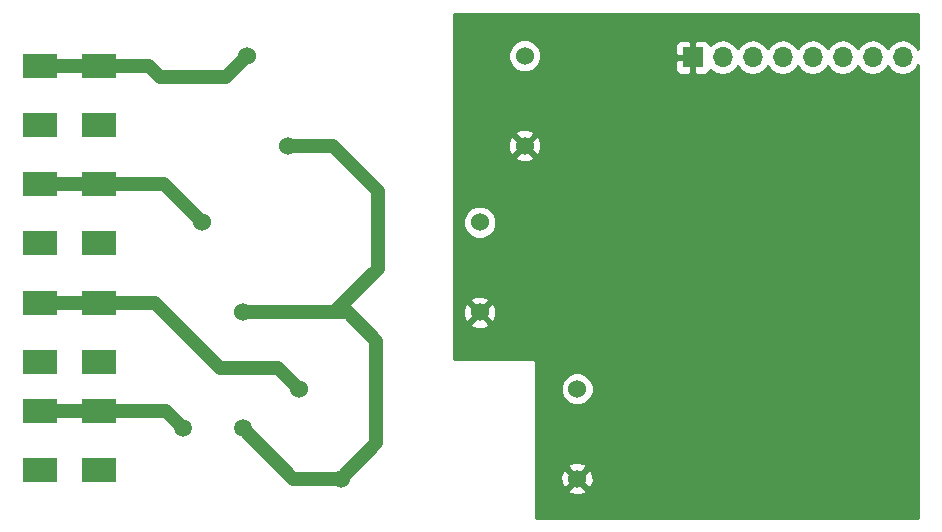
<source format=gbl>
G04 #@! TF.FileFunction,Copper,L2,Bot,Signal*
%FSLAX46Y46*%
G04 Gerber Fmt 4.6, Leading zero omitted, Abs format (unit mm)*
G04 Created by KiCad (PCBNEW 4.0.2-4+6225~38~ubuntu14.04.1-stable) date Thu 05 Jan 2017 08:50:19 PM CET*
%MOMM*%
G01*
G04 APERTURE LIST*
%ADD10C,0.100000*%
%ADD11C,1.524000*%
%ADD12R,3.000000X2.000000*%
%ADD13C,1.501140*%
%ADD14R,1.700000X1.700000*%
%ADD15O,1.700000X1.700000*%
%ADD16C,1.219200*%
%ADD17C,0.254000*%
G04 APERTURE END LIST*
D10*
D11*
X86730000Y-91577000D03*
X86730000Y-99177000D03*
X66730000Y-99177000D03*
X63230000Y-91577000D03*
X78475000Y-77480000D03*
X78475000Y-85080000D03*
X58475000Y-85080000D03*
X54975000Y-77480000D03*
X82285000Y-63383000D03*
X82285000Y-70983000D03*
X62285000Y-70983000D03*
X58785000Y-63383000D03*
D12*
X41275000Y-93472000D03*
X41275000Y-98472000D03*
X46275000Y-98472000D03*
X46275000Y-93472000D03*
X41275000Y-64262000D03*
X41275000Y-69262000D03*
X41275000Y-74262000D03*
X41275000Y-79262000D03*
X41275000Y-84262000D03*
X41275000Y-89262000D03*
X46275000Y-89262000D03*
X46275000Y-84262000D03*
X46275000Y-79262000D03*
X46275000Y-74262000D03*
X46275000Y-69262000D03*
X46275000Y-64262000D03*
D13*
X53340000Y-94869000D03*
X58420000Y-94879160D03*
D14*
X96520000Y-63500000D03*
D15*
X99060000Y-63500000D03*
X101600000Y-63500000D03*
X104140000Y-63500000D03*
X106680000Y-63500000D03*
X109220000Y-63500000D03*
X111760000Y-63500000D03*
X114300000Y-63500000D03*
D16*
X46275000Y-93472000D02*
X51943000Y-93472000D01*
X51943000Y-93472000D02*
X53340000Y-94869000D01*
X41275000Y-93472000D02*
X46275000Y-93472000D01*
X46275000Y-64262000D02*
X46300400Y-64236600D01*
X46300400Y-64236600D02*
X50520600Y-64236600D01*
X57042400Y-65125600D02*
X58785000Y-63383000D01*
X51409600Y-65125600D02*
X57042400Y-65125600D01*
X50520600Y-64236600D02*
X51409600Y-65125600D01*
X41275000Y-64262000D02*
X46275000Y-64262000D01*
X46275000Y-74262000D02*
X51757000Y-74262000D01*
X51757000Y-74262000D02*
X54975000Y-77480000D01*
X41275000Y-74262000D02*
X46275000Y-74262000D01*
X46275000Y-84262000D02*
X50988000Y-84262000D01*
X61442000Y-89789000D02*
X63230000Y-91577000D01*
X56515000Y-89789000D02*
X61442000Y-89789000D01*
X50988000Y-84262000D02*
X56515000Y-89789000D01*
X41275000Y-84262000D02*
X46275000Y-84262000D01*
X58475000Y-85080000D02*
X66177000Y-85080000D01*
X66030000Y-70983000D02*
X62285000Y-70983000D01*
X69850000Y-74803000D02*
X66030000Y-70983000D01*
X69850000Y-81407000D02*
X69850000Y-74803000D01*
X66177000Y-85080000D02*
X69850000Y-81407000D01*
X66730000Y-99177000D02*
X69723000Y-96184000D01*
X67300000Y-85080000D02*
X58475000Y-85080000D01*
X69723000Y-87503000D02*
X67300000Y-85080000D01*
X69723000Y-96184000D02*
X69723000Y-87503000D01*
X58420000Y-94879160D02*
X62717840Y-99177000D01*
X62717840Y-99177000D02*
X66730000Y-99177000D01*
X62285000Y-70983000D02*
X62347000Y-70983000D01*
D17*
G36*
X115622000Y-62827850D02*
X115350054Y-62420853D01*
X114868285Y-62098946D01*
X114300000Y-61985907D01*
X113731715Y-62098946D01*
X113249946Y-62420853D01*
X113030000Y-62750026D01*
X112810054Y-62420853D01*
X112328285Y-62098946D01*
X111760000Y-61985907D01*
X111191715Y-62098946D01*
X110709946Y-62420853D01*
X110490000Y-62750026D01*
X110270054Y-62420853D01*
X109788285Y-62098946D01*
X109220000Y-61985907D01*
X108651715Y-62098946D01*
X108169946Y-62420853D01*
X107950000Y-62750026D01*
X107730054Y-62420853D01*
X107248285Y-62098946D01*
X106680000Y-61985907D01*
X106111715Y-62098946D01*
X105629946Y-62420853D01*
X105410000Y-62750026D01*
X105190054Y-62420853D01*
X104708285Y-62098946D01*
X104140000Y-61985907D01*
X103571715Y-62098946D01*
X103089946Y-62420853D01*
X102870000Y-62750026D01*
X102650054Y-62420853D01*
X102168285Y-62098946D01*
X101600000Y-61985907D01*
X101031715Y-62098946D01*
X100549946Y-62420853D01*
X100330000Y-62750026D01*
X100110054Y-62420853D01*
X99628285Y-62098946D01*
X99060000Y-61985907D01*
X98491715Y-62098946D01*
X98009946Y-62420853D01*
X97980597Y-62464777D01*
X97908327Y-62290302D01*
X97729699Y-62111673D01*
X97496310Y-62015000D01*
X96805750Y-62015000D01*
X96647000Y-62173750D01*
X96647000Y-63373000D01*
X96667000Y-63373000D01*
X96667000Y-63627000D01*
X96647000Y-63627000D01*
X96647000Y-64826250D01*
X96805750Y-64985000D01*
X97496310Y-64985000D01*
X97729699Y-64888327D01*
X97908327Y-64709698D01*
X97980597Y-64535223D01*
X98009946Y-64579147D01*
X98491715Y-64901054D01*
X99060000Y-65014093D01*
X99628285Y-64901054D01*
X100110054Y-64579147D01*
X100330000Y-64249974D01*
X100549946Y-64579147D01*
X101031715Y-64901054D01*
X101600000Y-65014093D01*
X102168285Y-64901054D01*
X102650054Y-64579147D01*
X102870000Y-64249974D01*
X103089946Y-64579147D01*
X103571715Y-64901054D01*
X104140000Y-65014093D01*
X104708285Y-64901054D01*
X105190054Y-64579147D01*
X105410000Y-64249974D01*
X105629946Y-64579147D01*
X106111715Y-64901054D01*
X106680000Y-65014093D01*
X107248285Y-64901054D01*
X107730054Y-64579147D01*
X107950000Y-64249974D01*
X108169946Y-64579147D01*
X108651715Y-64901054D01*
X109220000Y-65014093D01*
X109788285Y-64901054D01*
X110270054Y-64579147D01*
X110490000Y-64249974D01*
X110709946Y-64579147D01*
X111191715Y-64901054D01*
X111760000Y-65014093D01*
X112328285Y-64901054D01*
X112810054Y-64579147D01*
X113030000Y-64249974D01*
X113249946Y-64579147D01*
X113731715Y-64901054D01*
X114300000Y-65014093D01*
X114868285Y-64901054D01*
X115350054Y-64579147D01*
X115622000Y-64172150D01*
X115622000Y-102489000D01*
X83235800Y-102489000D01*
X83235800Y-100157213D01*
X85929392Y-100157213D01*
X85998857Y-100399397D01*
X86522302Y-100586144D01*
X87077368Y-100558362D01*
X87461143Y-100399397D01*
X87530608Y-100157213D01*
X86730000Y-99356605D01*
X85929392Y-100157213D01*
X83235800Y-100157213D01*
X83235800Y-98969302D01*
X85320856Y-98969302D01*
X85348638Y-99524368D01*
X85507603Y-99908143D01*
X85749787Y-99977608D01*
X86550395Y-99177000D01*
X86909605Y-99177000D01*
X87710213Y-99977608D01*
X87952397Y-99908143D01*
X88139144Y-99384698D01*
X88111362Y-98829632D01*
X87952397Y-98445857D01*
X87710213Y-98376392D01*
X86909605Y-99177000D01*
X86550395Y-99177000D01*
X85749787Y-98376392D01*
X85507603Y-98445857D01*
X85320856Y-98969302D01*
X83235800Y-98969302D01*
X83235800Y-98196787D01*
X85929392Y-98196787D01*
X86730000Y-98997395D01*
X87530608Y-98196787D01*
X87461143Y-97954603D01*
X86937698Y-97767856D01*
X86382632Y-97795638D01*
X85998857Y-97954603D01*
X85929392Y-98196787D01*
X83235800Y-98196787D01*
X83235800Y-91853661D01*
X85332758Y-91853661D01*
X85544990Y-92367303D01*
X85937630Y-92760629D01*
X86450900Y-92973757D01*
X87006661Y-92974242D01*
X87520303Y-92762010D01*
X87913629Y-92369370D01*
X88126757Y-91856100D01*
X88127242Y-91300339D01*
X87915010Y-90786697D01*
X87522370Y-90393371D01*
X87009100Y-90180243D01*
X86453339Y-90179758D01*
X85939697Y-90391990D01*
X85546371Y-90784630D01*
X85333243Y-91297900D01*
X85332758Y-91853661D01*
X83235800Y-91853661D01*
X83235800Y-89204800D01*
X83225794Y-89155390D01*
X83197353Y-89113765D01*
X83154959Y-89086485D01*
X83108800Y-89077800D01*
X76327000Y-89077800D01*
X76327000Y-86060213D01*
X77674392Y-86060213D01*
X77743857Y-86302397D01*
X78267302Y-86489144D01*
X78822368Y-86461362D01*
X79206143Y-86302397D01*
X79275608Y-86060213D01*
X78475000Y-85259605D01*
X77674392Y-86060213D01*
X76327000Y-86060213D01*
X76327000Y-84872302D01*
X77065856Y-84872302D01*
X77093638Y-85427368D01*
X77252603Y-85811143D01*
X77494787Y-85880608D01*
X78295395Y-85080000D01*
X78654605Y-85080000D01*
X79455213Y-85880608D01*
X79697397Y-85811143D01*
X79884144Y-85287698D01*
X79856362Y-84732632D01*
X79697397Y-84348857D01*
X79455213Y-84279392D01*
X78654605Y-85080000D01*
X78295395Y-85080000D01*
X77494787Y-84279392D01*
X77252603Y-84348857D01*
X77065856Y-84872302D01*
X76327000Y-84872302D01*
X76327000Y-84099787D01*
X77674392Y-84099787D01*
X78475000Y-84900395D01*
X79275608Y-84099787D01*
X79206143Y-83857603D01*
X78682698Y-83670856D01*
X78127632Y-83698638D01*
X77743857Y-83857603D01*
X77674392Y-84099787D01*
X76327000Y-84099787D01*
X76327000Y-77756661D01*
X77077758Y-77756661D01*
X77289990Y-78270303D01*
X77682630Y-78663629D01*
X78195900Y-78876757D01*
X78751661Y-78877242D01*
X79265303Y-78665010D01*
X79658629Y-78272370D01*
X79871757Y-77759100D01*
X79872242Y-77203339D01*
X79660010Y-76689697D01*
X79267370Y-76296371D01*
X78754100Y-76083243D01*
X78198339Y-76082758D01*
X77684697Y-76294990D01*
X77291371Y-76687630D01*
X77078243Y-77200900D01*
X77077758Y-77756661D01*
X76327000Y-77756661D01*
X76327000Y-71963213D01*
X81484392Y-71963213D01*
X81553857Y-72205397D01*
X82077302Y-72392144D01*
X82632368Y-72364362D01*
X83016143Y-72205397D01*
X83085608Y-71963213D01*
X82285000Y-71162605D01*
X81484392Y-71963213D01*
X76327000Y-71963213D01*
X76327000Y-70775302D01*
X80875856Y-70775302D01*
X80903638Y-71330368D01*
X81062603Y-71714143D01*
X81304787Y-71783608D01*
X82105395Y-70983000D01*
X82464605Y-70983000D01*
X83265213Y-71783608D01*
X83507397Y-71714143D01*
X83694144Y-71190698D01*
X83666362Y-70635632D01*
X83507397Y-70251857D01*
X83265213Y-70182392D01*
X82464605Y-70983000D01*
X82105395Y-70983000D01*
X81304787Y-70182392D01*
X81062603Y-70251857D01*
X80875856Y-70775302D01*
X76327000Y-70775302D01*
X76327000Y-70002787D01*
X81484392Y-70002787D01*
X82285000Y-70803395D01*
X83085608Y-70002787D01*
X83016143Y-69760603D01*
X82492698Y-69573856D01*
X81937632Y-69601638D01*
X81553857Y-69760603D01*
X81484392Y-70002787D01*
X76327000Y-70002787D01*
X76327000Y-63659661D01*
X80887758Y-63659661D01*
X81099990Y-64173303D01*
X81492630Y-64566629D01*
X82005900Y-64779757D01*
X82561661Y-64780242D01*
X83075303Y-64568010D01*
X83468629Y-64175370D01*
X83630413Y-63785750D01*
X95035000Y-63785750D01*
X95035000Y-64476309D01*
X95131673Y-64709698D01*
X95310301Y-64888327D01*
X95543690Y-64985000D01*
X96234250Y-64985000D01*
X96393000Y-64826250D01*
X96393000Y-63627000D01*
X95193750Y-63627000D01*
X95035000Y-63785750D01*
X83630413Y-63785750D01*
X83681757Y-63662100D01*
X83682242Y-63106339D01*
X83470010Y-62592697D01*
X83401125Y-62523691D01*
X95035000Y-62523691D01*
X95035000Y-63214250D01*
X95193750Y-63373000D01*
X96393000Y-63373000D01*
X96393000Y-62173750D01*
X96234250Y-62015000D01*
X95543690Y-62015000D01*
X95310301Y-62111673D01*
X95131673Y-62290302D01*
X95035000Y-62523691D01*
X83401125Y-62523691D01*
X83077370Y-62199371D01*
X82564100Y-61986243D01*
X82008339Y-61985758D01*
X81494697Y-62197990D01*
X81101371Y-62590630D01*
X80888243Y-63103900D01*
X80887758Y-63659661D01*
X76327000Y-63659661D01*
X76327000Y-59817000D01*
X115622000Y-59817000D01*
X115622000Y-62827850D01*
X115622000Y-62827850D01*
G37*
X115622000Y-62827850D02*
X115350054Y-62420853D01*
X114868285Y-62098946D01*
X114300000Y-61985907D01*
X113731715Y-62098946D01*
X113249946Y-62420853D01*
X113030000Y-62750026D01*
X112810054Y-62420853D01*
X112328285Y-62098946D01*
X111760000Y-61985907D01*
X111191715Y-62098946D01*
X110709946Y-62420853D01*
X110490000Y-62750026D01*
X110270054Y-62420853D01*
X109788285Y-62098946D01*
X109220000Y-61985907D01*
X108651715Y-62098946D01*
X108169946Y-62420853D01*
X107950000Y-62750026D01*
X107730054Y-62420853D01*
X107248285Y-62098946D01*
X106680000Y-61985907D01*
X106111715Y-62098946D01*
X105629946Y-62420853D01*
X105410000Y-62750026D01*
X105190054Y-62420853D01*
X104708285Y-62098946D01*
X104140000Y-61985907D01*
X103571715Y-62098946D01*
X103089946Y-62420853D01*
X102870000Y-62750026D01*
X102650054Y-62420853D01*
X102168285Y-62098946D01*
X101600000Y-61985907D01*
X101031715Y-62098946D01*
X100549946Y-62420853D01*
X100330000Y-62750026D01*
X100110054Y-62420853D01*
X99628285Y-62098946D01*
X99060000Y-61985907D01*
X98491715Y-62098946D01*
X98009946Y-62420853D01*
X97980597Y-62464777D01*
X97908327Y-62290302D01*
X97729699Y-62111673D01*
X97496310Y-62015000D01*
X96805750Y-62015000D01*
X96647000Y-62173750D01*
X96647000Y-63373000D01*
X96667000Y-63373000D01*
X96667000Y-63627000D01*
X96647000Y-63627000D01*
X96647000Y-64826250D01*
X96805750Y-64985000D01*
X97496310Y-64985000D01*
X97729699Y-64888327D01*
X97908327Y-64709698D01*
X97980597Y-64535223D01*
X98009946Y-64579147D01*
X98491715Y-64901054D01*
X99060000Y-65014093D01*
X99628285Y-64901054D01*
X100110054Y-64579147D01*
X100330000Y-64249974D01*
X100549946Y-64579147D01*
X101031715Y-64901054D01*
X101600000Y-65014093D01*
X102168285Y-64901054D01*
X102650054Y-64579147D01*
X102870000Y-64249974D01*
X103089946Y-64579147D01*
X103571715Y-64901054D01*
X104140000Y-65014093D01*
X104708285Y-64901054D01*
X105190054Y-64579147D01*
X105410000Y-64249974D01*
X105629946Y-64579147D01*
X106111715Y-64901054D01*
X106680000Y-65014093D01*
X107248285Y-64901054D01*
X107730054Y-64579147D01*
X107950000Y-64249974D01*
X108169946Y-64579147D01*
X108651715Y-64901054D01*
X109220000Y-65014093D01*
X109788285Y-64901054D01*
X110270054Y-64579147D01*
X110490000Y-64249974D01*
X110709946Y-64579147D01*
X111191715Y-64901054D01*
X111760000Y-65014093D01*
X112328285Y-64901054D01*
X112810054Y-64579147D01*
X113030000Y-64249974D01*
X113249946Y-64579147D01*
X113731715Y-64901054D01*
X114300000Y-65014093D01*
X114868285Y-64901054D01*
X115350054Y-64579147D01*
X115622000Y-64172150D01*
X115622000Y-102489000D01*
X83235800Y-102489000D01*
X83235800Y-100157213D01*
X85929392Y-100157213D01*
X85998857Y-100399397D01*
X86522302Y-100586144D01*
X87077368Y-100558362D01*
X87461143Y-100399397D01*
X87530608Y-100157213D01*
X86730000Y-99356605D01*
X85929392Y-100157213D01*
X83235800Y-100157213D01*
X83235800Y-98969302D01*
X85320856Y-98969302D01*
X85348638Y-99524368D01*
X85507603Y-99908143D01*
X85749787Y-99977608D01*
X86550395Y-99177000D01*
X86909605Y-99177000D01*
X87710213Y-99977608D01*
X87952397Y-99908143D01*
X88139144Y-99384698D01*
X88111362Y-98829632D01*
X87952397Y-98445857D01*
X87710213Y-98376392D01*
X86909605Y-99177000D01*
X86550395Y-99177000D01*
X85749787Y-98376392D01*
X85507603Y-98445857D01*
X85320856Y-98969302D01*
X83235800Y-98969302D01*
X83235800Y-98196787D01*
X85929392Y-98196787D01*
X86730000Y-98997395D01*
X87530608Y-98196787D01*
X87461143Y-97954603D01*
X86937698Y-97767856D01*
X86382632Y-97795638D01*
X85998857Y-97954603D01*
X85929392Y-98196787D01*
X83235800Y-98196787D01*
X83235800Y-91853661D01*
X85332758Y-91853661D01*
X85544990Y-92367303D01*
X85937630Y-92760629D01*
X86450900Y-92973757D01*
X87006661Y-92974242D01*
X87520303Y-92762010D01*
X87913629Y-92369370D01*
X88126757Y-91856100D01*
X88127242Y-91300339D01*
X87915010Y-90786697D01*
X87522370Y-90393371D01*
X87009100Y-90180243D01*
X86453339Y-90179758D01*
X85939697Y-90391990D01*
X85546371Y-90784630D01*
X85333243Y-91297900D01*
X85332758Y-91853661D01*
X83235800Y-91853661D01*
X83235800Y-89204800D01*
X83225794Y-89155390D01*
X83197353Y-89113765D01*
X83154959Y-89086485D01*
X83108800Y-89077800D01*
X76327000Y-89077800D01*
X76327000Y-86060213D01*
X77674392Y-86060213D01*
X77743857Y-86302397D01*
X78267302Y-86489144D01*
X78822368Y-86461362D01*
X79206143Y-86302397D01*
X79275608Y-86060213D01*
X78475000Y-85259605D01*
X77674392Y-86060213D01*
X76327000Y-86060213D01*
X76327000Y-84872302D01*
X77065856Y-84872302D01*
X77093638Y-85427368D01*
X77252603Y-85811143D01*
X77494787Y-85880608D01*
X78295395Y-85080000D01*
X78654605Y-85080000D01*
X79455213Y-85880608D01*
X79697397Y-85811143D01*
X79884144Y-85287698D01*
X79856362Y-84732632D01*
X79697397Y-84348857D01*
X79455213Y-84279392D01*
X78654605Y-85080000D01*
X78295395Y-85080000D01*
X77494787Y-84279392D01*
X77252603Y-84348857D01*
X77065856Y-84872302D01*
X76327000Y-84872302D01*
X76327000Y-84099787D01*
X77674392Y-84099787D01*
X78475000Y-84900395D01*
X79275608Y-84099787D01*
X79206143Y-83857603D01*
X78682698Y-83670856D01*
X78127632Y-83698638D01*
X77743857Y-83857603D01*
X77674392Y-84099787D01*
X76327000Y-84099787D01*
X76327000Y-77756661D01*
X77077758Y-77756661D01*
X77289990Y-78270303D01*
X77682630Y-78663629D01*
X78195900Y-78876757D01*
X78751661Y-78877242D01*
X79265303Y-78665010D01*
X79658629Y-78272370D01*
X79871757Y-77759100D01*
X79872242Y-77203339D01*
X79660010Y-76689697D01*
X79267370Y-76296371D01*
X78754100Y-76083243D01*
X78198339Y-76082758D01*
X77684697Y-76294990D01*
X77291371Y-76687630D01*
X77078243Y-77200900D01*
X77077758Y-77756661D01*
X76327000Y-77756661D01*
X76327000Y-71963213D01*
X81484392Y-71963213D01*
X81553857Y-72205397D01*
X82077302Y-72392144D01*
X82632368Y-72364362D01*
X83016143Y-72205397D01*
X83085608Y-71963213D01*
X82285000Y-71162605D01*
X81484392Y-71963213D01*
X76327000Y-71963213D01*
X76327000Y-70775302D01*
X80875856Y-70775302D01*
X80903638Y-71330368D01*
X81062603Y-71714143D01*
X81304787Y-71783608D01*
X82105395Y-70983000D01*
X82464605Y-70983000D01*
X83265213Y-71783608D01*
X83507397Y-71714143D01*
X83694144Y-71190698D01*
X83666362Y-70635632D01*
X83507397Y-70251857D01*
X83265213Y-70182392D01*
X82464605Y-70983000D01*
X82105395Y-70983000D01*
X81304787Y-70182392D01*
X81062603Y-70251857D01*
X80875856Y-70775302D01*
X76327000Y-70775302D01*
X76327000Y-70002787D01*
X81484392Y-70002787D01*
X82285000Y-70803395D01*
X83085608Y-70002787D01*
X83016143Y-69760603D01*
X82492698Y-69573856D01*
X81937632Y-69601638D01*
X81553857Y-69760603D01*
X81484392Y-70002787D01*
X76327000Y-70002787D01*
X76327000Y-63659661D01*
X80887758Y-63659661D01*
X81099990Y-64173303D01*
X81492630Y-64566629D01*
X82005900Y-64779757D01*
X82561661Y-64780242D01*
X83075303Y-64568010D01*
X83468629Y-64175370D01*
X83630413Y-63785750D01*
X95035000Y-63785750D01*
X95035000Y-64476309D01*
X95131673Y-64709698D01*
X95310301Y-64888327D01*
X95543690Y-64985000D01*
X96234250Y-64985000D01*
X96393000Y-64826250D01*
X96393000Y-63627000D01*
X95193750Y-63627000D01*
X95035000Y-63785750D01*
X83630413Y-63785750D01*
X83681757Y-63662100D01*
X83682242Y-63106339D01*
X83470010Y-62592697D01*
X83401125Y-62523691D01*
X95035000Y-62523691D01*
X95035000Y-63214250D01*
X95193750Y-63373000D01*
X96393000Y-63373000D01*
X96393000Y-62173750D01*
X96234250Y-62015000D01*
X95543690Y-62015000D01*
X95310301Y-62111673D01*
X95131673Y-62290302D01*
X95035000Y-62523691D01*
X83401125Y-62523691D01*
X83077370Y-62199371D01*
X82564100Y-61986243D01*
X82008339Y-61985758D01*
X81494697Y-62197990D01*
X81101371Y-62590630D01*
X80888243Y-63103900D01*
X80887758Y-63659661D01*
X76327000Y-63659661D01*
X76327000Y-59817000D01*
X115622000Y-59817000D01*
X115622000Y-62827850D01*
M02*

</source>
